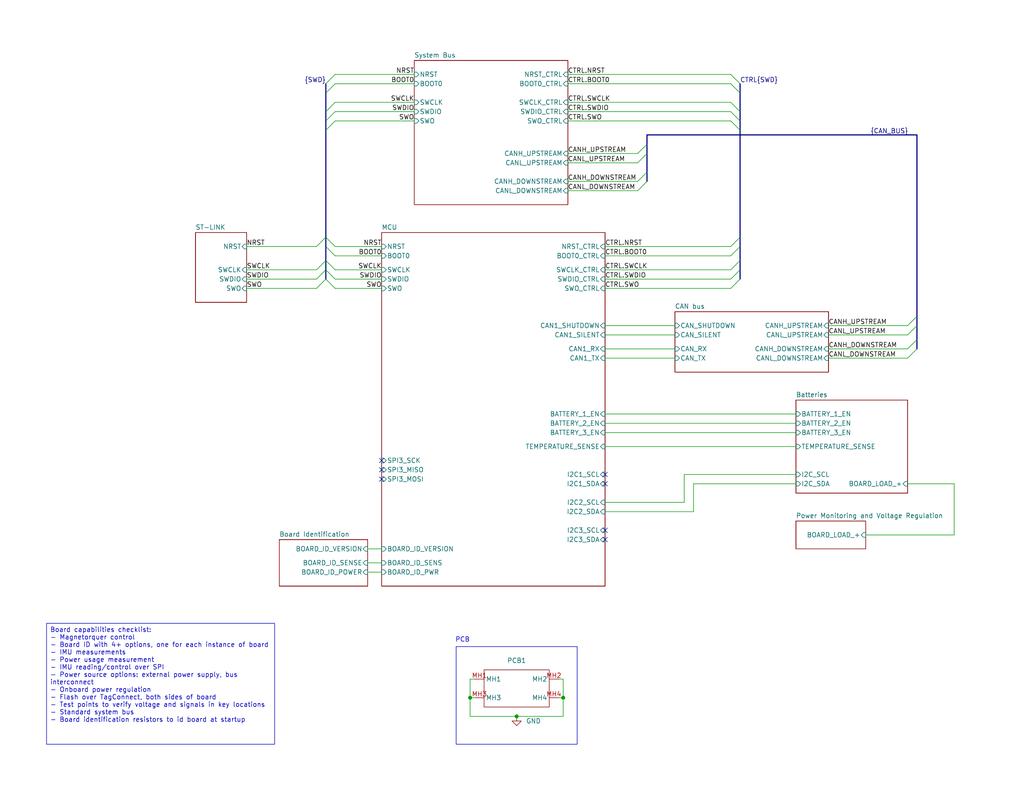
<source format=kicad_sch>
(kicad_sch (version 20231120) (generator "eeschema") (generator_version "8.0")
  (paper "USLetter")
  (title_block (title "1s3p Battery Board") (date "2025-02-12") (rev "${PCB_VERSION}") (company "TVSC"))
  (lib_symbols
    (symbol "TVSC:Four_Mounting_Hole_PCB" (in_bom no)
      (property "Reference" "PCB" (at 0 0 0))
      (symbol "Four_Mounting_Hole_PCB_0_1"
        (rectangle (start -8.89 5.08) (end 8.89 -5.08))
      )
      (symbol "Four_Mounting_Hole_PCB_1_1"
        (pin power_in line (at -11.43 2.54 0) (length 2.54) (name "MH1") (number "MH1"))
        (pin power_in line (at 11.43 2.54 180) (length 2.54) (name "MH2") (number "MH2"))
        (pin power_in line (at -11.43 -2.54 0) (length 2.54) (name "MH3") (number "MH3"))
        (pin power_in line (at 11.43 -2.54 180) (length 2.54) (name "MH4") (number "MH4"))
      )
    )
    (symbol "power:GND" (power) (pin_numbers hide) (pin_names (offset 0) hide)
      (property "Value" "GND" (at 0 -3.81 0))
      (symbol "GND_0_1"
        (polyline (pts (xy 0 0) (xy 0 -1.27) (xy 1.27 -1.27) (xy 0 -2.54) (xy -1.27 -1.27) (xy 0 -1.27)))
      )
      (symbol "GND_1_1"
        (pin power_in line (at 0 0 270) (length 0) (name "~") (number "1"))
      )
    )
  )
  (bus_alias "BOARD_ID" (members "POWER" "SENSE"))
  (bus_alias "CAN_BUS" (members "CANH_UPSTREAM" "CANL_UPSTREAM" "CANH_DOWNSTREAM" "CANL_DOWNSTREAM"))
  (bus_alias "I2C" (members "SCL" "SDA"))
  (bus_alias "SPI" (members "SCK" "MISO" "MOSI"))
  (bus_alias "SWD" (members "NRST" "BOOT0" "SWCLK" "SWDIO" "SWO"))
  (junction (at 128.27 190.5))
  (junction (at 140.97 195.58))
  (junction (at 153.67 190.5))
  (no_connect (at 165.1 129.54))
  (no_connect (at 165.1 147.32))
  (no_connect (at 104.14 125.73))
  (no_connect (at 165.1 144.78))
  (no_connect (at 165.1 132.08))
  (no_connect (at 104.14 128.27))
  (no_connect (at 104.14 130.81))
  (bus_entry (at 88.9 76.2) (size 2.54 2.54))
  (bus_entry (at 176.53 41.91) (size -2.54 2.54))
  (bus_entry (at 201.93 25.4) (size -2.54 -2.54))
  (bus_entry (at 88.9 30.48) (size 2.54 -2.54))
  (bus_entry (at 201.93 30.48) (size -2.54 -2.54))
  (bus_entry (at 88.9 64.77) (size -2.54 2.54))
  (bus_entry (at 201.93 33.02) (size -2.54 -2.54))
  (bus_entry (at 88.9 33.02) (size 2.54 -2.54))
  (bus_entry (at 88.9 22.86) (size 2.54 -2.54))
  (bus_entry (at 201.93 73.66) (size -2.54 2.54))
  (bus_entry (at 250.19 86.36) (size -2.54 2.54))
  (bus_entry (at 88.9 71.12) (size -2.54 2.54))
  (bus_entry (at 201.93 35.56) (size -2.54 -2.54))
  (bus_entry (at 88.9 64.77) (size 2.54 2.54))
  (bus_entry (at 88.9 71.12) (size 2.54 2.54))
  (bus_entry (at 201.93 64.77) (size -2.54 2.54))
  (bus_entry (at 201.93 22.86) (size -2.54 -2.54))
  (bus_entry (at 88.9 73.66) (size 2.54 2.54))
  (bus_entry (at 176.53 49.53) (size -2.54 2.54))
  (bus_entry (at 88.9 35.56) (size 2.54 -2.54))
  (bus_entry (at 176.53 39.37) (size -2.54 2.54))
  (bus_entry (at 176.53 46.99) (size -2.54 2.54))
  (bus_entry (at 201.93 71.12) (size -2.54 2.54))
  (bus_entry (at 88.9 67.31) (size 2.54 2.54))
  (bus_entry (at 88.9 25.4) (size 2.54 -2.54))
  (bus_entry (at 201.93 76.2) (size -2.54 2.54))
  (bus_entry (at 88.9 73.66) (size -2.54 2.54))
  (bus_entry (at 201.93 67.31) (size -2.54 2.54))
  (bus_entry (at 250.19 95.25) (size -2.54 2.54))
  (bus_entry (at 88.9 76.2) (size -2.54 2.54))
  (bus_entry (at 250.19 88.9) (size -2.54 2.54))
  (bus_entry (at 250.19 92.71) (size -2.54 2.54))
  (wire (pts (xy 247.65 91.44) (xy 226.06 91.44)))
  (bus (pts (xy 201.93 73.66) (xy 201.93 76.2)))
  (bus (pts (xy 250.19 92.71) (xy 250.19 95.25)))
  (bus (pts (xy 176.53 39.37) (xy 176.53 36.83)))
  (wire (pts (xy 140.97 195.58) (xy 153.67 195.58)))
  (wire (pts (xy 128.27 195.58) (xy 140.97 195.58)))
  (wire (pts (xy 165.1 78.74) (xy 199.39 78.74)))
  (wire (pts (xy 165.1 69.85) (xy 199.39 69.85)))
  (wire (pts (xy 186.69 137.16) (xy 165.1 137.16)))
  (wire (pts (xy 165.1 113.03) (xy 217.17 113.03)))
  (wire (pts (xy 91.44 27.94) (xy 113.03 27.94)))
  (wire (pts (xy 226.06 97.79) (xy 247.65 97.79)))
  (bus (pts (xy 201.93 71.12) (xy 201.93 73.66)))
  (wire (pts (xy 153.67 190.5) (xy 152.4 190.5)))
  (wire (pts (xy 260.35 146.05) (xy 236.22 146.05)))
  (wire (pts (xy 128.27 185.42) (xy 128.27 190.5)))
  (wire (pts (xy 154.94 49.53) (xy 173.99 49.53)))
  (wire (pts (xy 217.17 129.54) (xy 186.69 129.54)))
  (wire (pts (xy 165.1 91.44) (xy 184.15 91.44)))
  (wire (pts (xy 154.94 33.02) (xy 199.39 33.02)))
  (wire (pts (xy 165.1 97.79) (xy 184.15 97.79)))
  (wire (pts (xy 165.1 139.7) (xy 189.23 139.7)))
  (bus (pts (xy 201.93 64.77) (xy 201.93 67.31)))
  (wire (pts (xy 86.36 78.74) (xy 67.31 78.74)))
  (wire (pts (xy 86.36 67.31) (xy 67.31 67.31)))
  (wire (pts (xy 100.33 153.67) (xy 104.14 153.67)))
  (wire (pts (xy 165.1 115.57) (xy 217.17 115.57)))
  (bus (pts (xy 88.9 71.12) (xy 88.9 73.66)))
  (wire (pts (xy 154.94 27.94) (xy 199.39 27.94)))
  (bus (pts (xy 88.9 25.4) (xy 88.9 30.48)))
  (wire (pts (xy 128.27 190.5) (xy 129.54 190.5)))
  (wire (pts (xy 165.1 121.92) (xy 217.17 121.92)))
  (wire (pts (xy 199.39 22.86) (xy 154.94 22.86)))
  (bus (pts (xy 176.53 49.53) (xy 176.53 46.99)))
  (wire (pts (xy 154.94 20.32) (xy 199.39 20.32)))
  (wire (pts (xy 91.44 20.32) (xy 113.03 20.32)))
  (wire (pts (xy 91.44 33.02) (xy 113.03 33.02)))
  (wire (pts (xy 165.1 118.11) (xy 217.17 118.11)))
  (wire (pts (xy 128.27 185.42) (xy 129.54 185.42)))
  (bus (pts (xy 88.9 30.48) (xy 88.9 33.02)))
  (wire (pts (xy 154.94 41.91) (xy 173.99 41.91)))
  (bus (pts (xy 250.19 36.83) (xy 250.19 86.36)))
  (wire (pts (xy 91.44 73.66) (xy 104.14 73.66)))
  (wire (pts (xy 67.31 76.2) (xy 86.36 76.2)))
  (wire (pts (xy 100.33 149.86) (xy 104.14 149.86)))
  (bus (pts (xy 88.9 67.31) (xy 88.9 71.12)))
  (bus (pts (xy 201.93 67.31) (xy 201.93 71.12)))
  (wire (pts (xy 165.1 73.66) (xy 199.39 73.66)))
  (wire (pts (xy 154.94 30.48) (xy 199.39 30.48)))
  (wire (pts (xy 165.1 95.25) (xy 184.15 95.25)))
  (bus (pts (xy 176.53 41.91) (xy 176.53 46.99)))
  (bus (pts (xy 88.9 64.77) (xy 88.9 67.31)))
  (wire (pts (xy 91.44 69.85) (xy 104.14 69.85)))
  (bus (pts (xy 176.53 41.91) (xy 176.53 39.37)))
  (wire (pts (xy 128.27 190.5) (xy 128.27 195.58)))
  (wire (pts (xy 91.44 67.31) (xy 104.14 67.31)))
  (wire (pts (xy 226.06 95.25) (xy 247.65 95.25)))
  (bus (pts (xy 201.93 35.56) (xy 201.93 64.77)))
  (wire (pts (xy 226.06 88.9) (xy 247.65 88.9)))
  (wire (pts (xy 186.69 129.54) (xy 186.69 137.16)))
  (bus (pts (xy 88.9 73.66) (xy 88.9 76.2)))
  (wire (pts (xy 104.14 156.21) (xy 100.33 156.21)))
  (wire (pts (xy 153.67 190.5) (xy 153.67 195.58)))
  (wire (pts (xy 165.1 76.2) (xy 199.39 76.2)))
  (bus (pts (xy 88.9 22.86) (xy 88.9 25.4)))
  (wire (pts (xy 173.99 52.07) (xy 154.94 52.07)))
  (wire (pts (xy 260.35 132.08) (xy 260.35 146.05)))
  (wire (pts (xy 91.44 22.86) (xy 113.03 22.86)))
  (bus (pts (xy 176.53 36.83) (xy 250.19 36.83)))
  (wire (pts (xy 189.23 132.08) (xy 217.17 132.08)))
  (wire (pts (xy 153.67 185.42) (xy 152.4 185.42)))
  (wire (pts (xy 67.31 73.66) (xy 86.36 73.66)))
  (wire (pts (xy 91.44 78.74) (xy 104.14 78.74)))
  (wire (pts (xy 165.1 88.9) (xy 184.15 88.9)))
  (wire (pts (xy 154.94 44.45) (xy 173.99 44.45)))
  (bus (pts (xy 201.93 30.48) (xy 201.93 33.02)))
  (wire (pts (xy 189.23 139.7) (xy 189.23 132.08)))
  (bus (pts (xy 201.93 22.86) (xy 201.93 25.4)))
  (wire (pts (xy 91.44 76.2) (xy 104.14 76.2)))
  (wire (pts (xy 91.44 30.48) (xy 113.03 30.48)))
  (wire (pts (xy 153.67 185.42) (xy 153.67 190.5)))
  (bus (pts (xy 88.9 33.02) (xy 88.9 35.56)))
  (bus (pts (xy 201.93 33.02) (xy 201.93 35.56)))
  (bus (pts (xy 201.93 25.4) (xy 201.93 30.48)))
  (wire (pts (xy 165.1 67.31) (xy 199.39 67.31)))
  (bus (pts (xy 250.19 86.36) (xy 250.19 88.9)))
  (bus (pts (xy 88.9 35.56) (xy 88.9 64.77)))
  (bus (pts (xy 250.19 88.9) (xy 250.19 92.71)))
  (wire (pts (xy 247.65 132.08) (xy 260.35 132.08)))
  (rectangle (start 124.46 176.53) (end 157.48 203.2))
  (text_box "Board capabilities checklist:\n- Magnetorquer control\n- Board ID with 4+ options, one for each instance of board\n- IMU measurements\n- Power usage measurement\n- IMU reading/control over SPI\n- Power source options: external power supply, bus interconnect\n- Onboard power regulation\n- Flash over TagConnect, both sides of board\n- Test points to verify voltage and signals in key locations\n- Standard system bus\n- Board identification resistors to id board at startup\n" (at 12.7 170.18 0) (size 62.23 33.02) (effects (font (size 1.27 1.27)) (justify left top)))
  (text "PCB" (at 124.206 175.514 0) (effects (font (size 1.27 1.27)) (justify left bottom)))
  (label "SWDIO" (at 104.14 76.2 180))
  (label "{CAN_BUS}" (at 237.49 36.83 0))
  (label "CTRL{SWD}" (at 201.93 22.86 0))
  (label "SWO" (at 67.31 78.74 0))
  (label "CTRL.SWDIO" (at 154.94 30.48 0))
  (label "SWO" (at 113.03 33.02 180))
  (label "CANL_UPSTREAM" (at 154.94 44.45 0))
  (label "SWCLK" (at 113.03 27.94 180))
  (label "NRST" (at 104.14 67.31 180))
  (label "CANH_UPSTREAM" (at 154.94 41.91 0))
  (label "CTRL.NRST" (at 154.94 20.32 0))
  (label "CTRL.SWDIO" (at 165.1 76.2 0))
  (label "{SWD}" (at 88.9 22.86 180))
  (label "CTRL.SWCLK" (at 154.94 27.94 0))
  (label "CANL_UPSTREAM" (at 226.06 91.44 0))
  (label "CANL_DOWNSTREAM" (at 154.94 52.07 0))
  (label "SWCLK" (at 67.31 73.66 0))
  (label "BOOT0" (at 113.03 22.86 180))
  (label "SWO" (at 104.14 78.74 180))
  (label "SWCLK" (at 104.14 73.66 180))
  (label "CANH_DOWNSTREAM" (at 154.94 49.53 0))
  (label "CTRL.SWCLK" (at 165.1 73.66 0))
  (label "CANH_UPSTREAM" (at 226.06 88.9 0))
  (label "BOOT0" (at 104.14 69.85 180))
  (label "CTRL.NRST" (at 165.1 67.31 0))
  (label "NRST" (at 113.03 20.32 180))
  (label "CTRL.BOOT0" (at 154.94 22.86 0))
  (label "NRST" (at 67.31 67.31 0))
  (label "SWDIO" (at 113.03 30.48 180))
  (label "CTRL.BOOT0" (at 165.1 69.85 0))
  (label "SWDIO" (at 67.31 76.2 0))
  (label "CANH_DOWNSTREAM" (at 226.06 95.25 0))
  (label "CTRL.SWO" (at 154.94 33.02 0))
  (label "CTRL.SWO" (at 165.1 78.74 0))
  (label "CANL_DOWNSTREAM" (at 226.06 97.79 0))
  (symbol (lib_id "power:GND") (at 140.97 195.58 0) (unit 1)
    (property "Reference" "#PWR9" (effects (hide yes)))
    (property "Value" "GND" (at 143.51 196.85 0) (effects (justify left)))
  )
  (symbol (lib_id "TVSC:Four_Mounting_Hole_PCB") (at 140.97 187.96 0) (unit 1) (in_bom no)
    (property "Reference" "PCB1" (at 140.97 180.34 0))
    (property "Footprint" "footprints:Battery_Board_Shape_Space_Invader_2" (effects (hide yes)))
    (property "MPN" "NA" (effects (hide yes)))
  )
  (sheet (at 217.17 109.22) (size 30.48 25.4) (stroke (width 0.1524))
    (property "Sheetname" "Batteries" (at 217.17 108.5084 0) (effects (justify left bottom)))
    (property "Sheetfile" "batteries.kicad_sch" (effects (hide yes)))
    (pin "BATTERY_3_EN" input (at 217.17 118.11 180))
    (pin "BATTERY_2_EN" input (at 217.17 115.57 180))
    (pin "BATTERY_1_EN" input (at 217.17 113.03 180))
    (pin "TEMPERATURE_SENSE" input (at 217.17 121.92 180))
    (pin "I2C_SDA" input (at 217.17 132.08 180))
    (pin "I2C_SCL" input (at 217.17 129.54 180))
    (pin "BOARD_LOAD_+" input (at 247.65 132.08 0))
  )
  (sheet (at 113.03 16.51) (size 41.91 39.37) (stroke (width 0.1524))
    (property "Sheetname" "System Bus" (at 113.03 15.7984 0) (effects (justify left bottom)))
    (property "Sheetfile" "system_bus.kicad_sch" (effects (hide yes)))
    (pin "CANL_DOWNSTREAM" input (at 154.94 52.07 0))
    (pin "NRST_CTRL" input (at 154.94 20.32 0))
    (pin "CANH_DOWNSTREAM" input (at 154.94 49.53 0))
    (pin "SWO" input (at 113.03 33.02 180))
    (pin "NRST" input (at 113.03 20.32 180))
    (pin "SWCLK" input (at 113.03 27.94 180))
    (pin "SWDIO" input (at 113.03 30.48 180))
    (pin "BOOT0" input (at 113.03 22.86 180))
    (pin "CANH_UPSTREAM" input (at 154.94 41.91 0))
    (pin "CANL_UPSTREAM" input (at 154.94 44.45 0))
    (pin "SWCLK_CTRL" input (at 154.94 27.94 0))
    (pin "SWO_CTRL" input (at 154.94 33.02 0))
    (pin "SWDIO_CTRL" input (at 154.94 30.48 0))
    (pin "BOOT0_CTRL" input (at 154.94 22.86 0))
  )
  (sheet (at 217.17 142.24) (size 19.05 7.62) (stroke (width 0.1524))
    (property "Sheetname" "Power Monitoring and Voltage Regulation" (at 217.17 141.5284 0) (effects (justify left bottom)))
    (property "Sheetfile" "power.kicad_sch" (effects (hide yes)))
    (pin "BOARD_LOAD_+" input (at 236.22 146.05 0))
  )
  (sheet (at 104.14 63.5) (size 60.96 96.52) (stroke (width 0.1524))
    (property "Sheetname" "MCU" (at 104.14 62.7884 0) (effects (justify left bottom)))
    (property "Sheetfile" "mcu.kicad_sch" (effects (hide yes)))
    (pin "CAN1_SHUTDOWN" input (at 165.1 88.9 0))
    (pin "CAN1_SILENT" input (at 165.1 91.44 0))
    (pin "CAN1_RX" input (at 165.1 95.25 0))
    (pin "CAN1_TX" input (at 165.1 97.79 0))
    (pin "BOOT0" input (at 104.14 69.85 180))
    (pin "NRST" input (at 104.14 67.31 180))
    (pin "SWDIO" input (at 104.14 76.2 180))
    (pin "SWCLK" input (at 104.14 73.66 180))
    (pin "SWO" input (at 104.14 78.74 180))
    (pin "BOOT0_CTRL" input (at 165.1 69.85 0))
    (pin "SWCLK_CTRL" input (at 165.1 73.66 0))
    (pin "SWO_CTRL" input (at 165.1 78.74 0))
    (pin "NRST_CTRL" input (at 165.1 67.31 0))
    (pin "SWDIO_CTRL" input (at 165.1 76.2 0))
    (pin "I2C2_SCL" input (at 165.1 137.16 0))
    (pin "I2C2_SDA" input (at 165.1 139.7 0))
    (pin "I2C1_SCL" input (at 165.1 129.54 0))
    (pin "I2C1_SDA" input (at 165.1 132.08 0))
    (pin "I2C3_SCL" input (at 165.1 144.78 0))
    (pin "I2C3_SDA" input (at 165.1 147.32 0))
    (pin "SPI3_SCK" input (at 104.14 125.73 180))
    (pin "SPI3_MISO" input (at 104.14 128.27 180))
    (pin "SPI3_MOSI" input (at 104.14 130.81 180))
    (pin "BOARD_ID_SENS" input (at 104.14 153.67 180))
    (pin "BOARD_ID_PWR" input (at 104.14 156.21 180))
    (pin "BOARD_ID_VERSION" input (at 104.14 149.86 180))
    (pin "BATTERY_1_EN" input (at 165.1 113.03 0))
    (pin "BATTERY_2_EN" input (at 165.1 115.57 0))
    (pin "BATTERY_3_EN" input (at 165.1 118.11 0))
    (pin "TEMPERATURE_SENSE" input (at 165.1 121.92 0))
  )
  (sheet (at 76.2 147.32) (size 24.13 12.7) (stroke (width 0.1524))
    (property "Sheetname" "Board Identification" (at 76.2 146.6084 0) (effects (justify left bottom)))
    (property "Sheetfile" "board_id.kicad_sch" (effects (hide yes)))
    (pin "BOARD_ID_POWER" input (at 100.33 156.21 0))
    (pin "BOARD_ID_SENSE" input (at 100.33 153.67 0))
    (pin "BOARD_ID_VERSION" input (at 100.33 149.86 0))
  )
  (sheet (at 184.15 85.09) (size 41.91 16.51) (stroke (width 0.1524))
    (property "Sheetname" "CAN bus" (at 184.15 84.3784 0) (effects (justify left bottom)))
    (property "Sheetfile" "can_bus.kicad_sch" (effects (hide yes)))
    (pin "CAN_RX" input (at 184.15 95.25 180))
    (pin "CANL_DOWNSTREAM" input (at 226.06 97.79 0))
    (pin "CANH_DOWNSTREAM" input (at 226.06 95.25 0))
    (pin "CAN_TX" input (at 184.15 97.79 180))
    (pin "CANL_UPSTREAM" input (at 226.06 91.44 0))
    (pin "CANH_UPSTREAM" input (at 226.06 88.9 0))
    (pin "CAN_SILENT" input (at 184.15 91.44 180))
    (pin "CAN_SHUTDOWN" input (at 184.15 88.9 180))
  )
  (sheet (at 53.34 63.5) (size 13.97 19.05) (stroke (width 0.1524))
    (property "Sheetname" "ST-LINK" (at 53.34 62.7884 0) (effects (justify left bottom)))
    (property "Sheetfile" "stlink.kicad_sch" (effects (hide yes)))
    (pin "NRST" input (at 67.31 67.31 0))
    (pin "SWDIO" input (at 67.31 76.2 0))
    (pin "SWCLK" input (at 67.31 73.66 0))
    (pin "SWO" input (at 67.31 78.74 0))
  )
)
</source>
